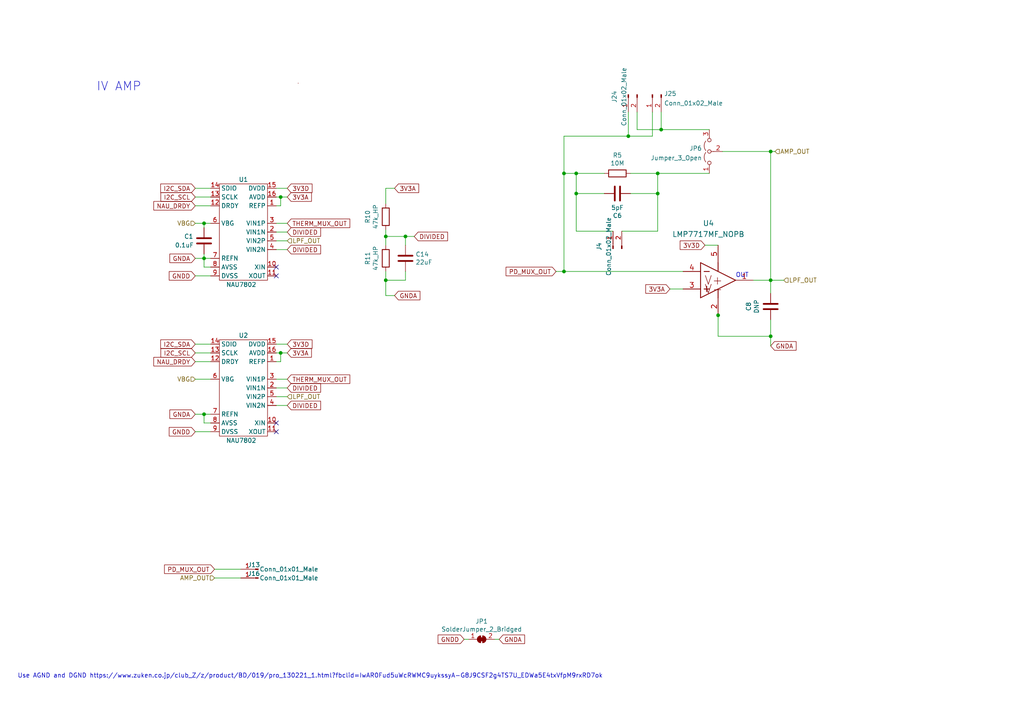
<source format=kicad_sch>
(kicad_sch (version 20211123) (generator eeschema)
  (paper "A4")
  (lib_symbols
    (symbol "Connector:Conn_01x01_Male" (pin_names (offset 1.016) hide)
      (property "Reference" "J" (at 0 2.54 0))
      (property "Value" "Conn_01x01_Male" (at 0 -2.54 0))
      (symbol "Conn_01x01_Male_1_1"
        (polyline (pts (xy 1.27 0) (xy 0.8636 0)) (stroke (width 0.1524)))
        (rectangle (start 0.8636 0.127) (end 0 -0.127) (stroke (width 0.1524)) (fill (type outline)))
        (pin passive line (at 5.08 0 180) (length 3.81) (name "Pin_1") (number "1"))
      )
    )
    (symbol "Connector:Conn_01x02_Male" (pin_names (offset 1.016) hide)
      (property "Reference" "J" (at 0 2.54 0))
      (property "Value" "Conn_01x02_Male" (at 0 -5.08 0))
      (symbol "Conn_01x02_Male_1_1"
        (polyline (pts (xy 1.27 -2.54) (xy 0.8636 -2.54)) (stroke (width 0.1524)))
        (polyline (pts (xy 1.27 0) (xy 0.8636 0)) (stroke (width 0.1524)))
        (rectangle (start 0.8636 -2.413) (end 0 -2.667) (stroke (width 0.1524)) (fill (type outline)))
        (rectangle (start 0.8636 0.127) (end 0 -0.127) (stroke (width 0.1524)) (fill (type outline)))
        (pin passive line (at 5.08 0 180) (length 3.81) (name "Pin_1") (number "1"))
        (pin passive line (at 5.08 -2.54 180) (length 3.81) (name "Pin_2") (number "2"))
      )
    )
    (symbol "Device:C" (pin_numbers hide) (pin_names (offset 0.254))
      (property "Reference" "C" (at 0.635 2.54 0))
      (property "Value" "C" (at 0.635 -2.54 0))
      (symbol "C_0_1"
        (polyline (pts (xy -2.032 -0.762) (xy 2.032 -0.762)) (stroke (width 0.508)))
        (polyline (pts (xy -2.032 0.762) (xy 2.032 0.762)) (stroke (width 0.508)))
      )
      (symbol "C_1_1"
        (pin passive line (at 0 3.81 270) (length 2.794) (name "~") (number "1"))
        (pin passive line (at 0 -3.81 90) (length 2.794) (name "~") (number "2"))
      )
    )
    (symbol "Device:R" (pin_numbers hide) (pin_names (offset 0))
      (property "Reference" "R" (at 2.032 0 90))
      (property "Value" "R" (at 0 0 90))
      (symbol "R_0_1"
        (rectangle (start -1.016 -2.54) (end 1.016 2.54) (stroke (width 0.254)))
      )
      (symbol "R_1_1"
        (pin passive line (at 0 3.81 270) (length 1.27) (name "~") (number "1"))
        (pin passive line (at 0 -3.81 90) (length 1.27) (name "~") (number "2"))
      )
    )
    (symbol "Jumper:Jumper_3_Open" (pin_names (offset 0) hide)
      (property "Reference" "JP" (at -2.54 -2.54 0))
      (property "Value" "Jumper_3_Open" (at 0 2.794 0))
      (symbol "Jumper_3_Open_0_0"
        (circle (center -3.302 0) (radius 0.508))
        (circle (center 0 0) (radius 0.508))
        (circle (center 3.302 0) (radius 0.508))
      )
      (symbol "Jumper_3_Open_0_1"
        (arc (start -0.254 1.016) (mid -1.651 1.4992) (end -3.048 1.016))
        (polyline (pts (xy 0 -0.508) (xy 0 -1.27)))
        (arc (start 3.048 1.016) (mid 1.651 1.4992) (end 0.254 1.016))
      )
      (symbol "Jumper_3_Open_1_1"
        (pin passive line (at -6.35 0 0) (length 2.54) (name "A") (number "1"))
        (pin input line (at 0 -3.81 90) (length 2.54) (name "C") (number "2"))
        (pin passive line (at 6.35 0 180) (length 2.54) (name "B") (number "3"))
      )
    )
    (symbol "Jumper:SolderJumper_2_Bridged" (pin_names (offset 0) hide)
      (property "Reference" "JP" (at 0 2.032 0))
      (property "Value" "SolderJumper_2_Bridged" (at 0 -2.54 0))
      (symbol "SolderJumper_2_Bridged_0_1"
        (rectangle (start -0.508 0.508) (end 0.508 -0.508) (fill (type outline)))
        (arc (start -0.254 1.016) (mid -1.27 0) (end -0.254 -1.016))
        (arc (start -0.254 1.016) (mid -1.27 0) (end -0.254 -1.016) (fill (type outline)))
        (polyline (pts (xy -0.254 1.016) (xy -0.254 -1.016)))
        (polyline (pts (xy 0.254 1.016) (xy 0.254 -1.016)))
        (arc (start 0.254 -1.016) (mid 1.27 0) (end 0.254 1.016))
        (arc (start 0.254 -1.016) (mid 1.27 0) (end 0.254 1.016) (fill (type outline)))
      )
      (symbol "SolderJumper_2_Bridged_1_1"
        (pin passive line (at -3.81 0 0) (length 2.54) (name "A") (number "1"))
        (pin passive line (at 3.81 0 180) (length 2.54) (name "B") (number "2"))
      )
    )
    (symbol "Ninja-qPCR:LMP7717MF_NOPB" (pin_names (offset 0) hide)
      (property "Reference" "U" (at 15.748 0.254 0))
      (property "Value" "Ninja-qPCR_LMP7717MF_NOPB" (at 15.748 -2.286 0))
      (symbol "LMP7717MF_NOPB_0_0"
        (text "V+" (at 3.81 -5.08 0) (effects (font (size 2.54 2.54))))
        (text "V-" (at 3.81 -7.62 0) (effects (font (size 2.54 2.54))))
      )
      (symbol "LMP7717MF_NOPB_1_1"
        (polyline (pts (xy 0 -10.16) (xy 10.16 -5.08)) (stroke (width 0.254)))
        (polyline (pts (xy 0 0) (xy 0 -10.16)) (stroke (width 0.254)))
        (polyline (pts (xy 0 0) (xy 10.16 -5.08)) (stroke (width 0.254)))
        (polyline (pts (xy 1.016 -7.62) (xy 2.54 -7.62)) (stroke (width 0.254)))
        (polyline (pts (xy 1.016 -2.54) (xy 2.54 -2.54)) (stroke (width 0.254)))
        (polyline (pts (xy 1.778 -6.858) (xy 1.778 -8.382)) (stroke (width 0.254)))
        (polyline (pts (xy 5.08 -7.62) (xy 5.08 -10.16)) (stroke (width 0.254)))
        (polyline (pts (xy 5.08 0) (xy 5.08 -2.54)) (stroke (width 0.254)))
        (pin output line (at 15.24 -5.08 180) (length 5.08) (name "OUT") (number "1"))
        (pin power_in line (at 5.08 -15.24 90) (length 5.08) (name "V-") (number "2"))
        (pin input line (at -5.08 -7.62 0) (length 5.08) (name "IN+") (number "3"))
        (pin input line (at -5.08 -2.54 0) (length 5.08) (name "IN-") (number "4"))
        (pin power_in line (at 5.08 5.08 270) (length 5.08) (name "V+") (number "5"))
      )
    )
    (symbol "Ninja-qPCR:NAU7802"
      (property "Reference" "U" (at 8.89 2.54 0))
      (property "Value" "NAU7802" (at 8.89 -27.94 0))
      (symbol "NAU7802_0_1"
        (rectangle (start 2.54 1.27) (end 16.51 -26.67) (stroke (width 0.1524)))
        (rectangle (start 25.4 30.48) (end 25.4 30.48) (stroke (width 0.1524)))
        (rectangle (start 25.4 30.48) (end 25.4 30.48) (stroke (width 0.1524)))
        (rectangle (start 25.4 30.48) (end 25.4 30.48) (stroke (width 0.1524)))
      )
      (symbol "NAU7802_1_1"
        (pin input line (at 19.05 -5.08 180) (length 2.54) (name "REFP") (number "1"))
        (pin input line (at 19.05 -22.86 180) (length 2.54) (name "XIN") (number "10"))
        (pin input line (at 19.05 -25.4 180) (length 2.54) (name "XOUT") (number "11"))
        (pin input line (at 0 -5.08 0) (length 2.54) (name "DRDY") (number "12"))
        (pin input line (at 0 -2.54 0) (length 2.54) (name "SCLK") (number "13"))
        (pin input line (at 0 0 0) (length 2.54) (name "SDIO") (number "14"))
        (pin input line (at 19.05 0 180) (length 2.54) (name "DVDD") (number "15"))
        (pin input line (at 19.05 -2.54 180) (length 2.54) (name "AVDD") (number "16"))
        (pin input line (at 19.05 -12.7 180) (length 2.54) (name "VIN1N") (number "2"))
        (pin input line (at 19.05 -10.16 180) (length 2.54) (name "VIN1P") (number "3"))
        (pin input line (at 19.05 -17.78 180) (length 2.54) (name "VIN2N") (number "4"))
        (pin input line (at 19.05 -15.24 180) (length 2.54) (name "VIN2P") (number "5"))
        (pin input line (at 0 -10.16 0) (length 2.54) (name "VBG") (number "6"))
        (pin input line (at 0 -20.32 0) (length 2.54) (name "REFN") (number "7"))
        (pin input line (at 0 -22.86 0) (length 2.54) (name "AVSS") (number "8"))
        (pin input line (at 0 -25.4 0) (length 2.54) (name "DVSS") (number "9"))
      )
    )
  )
  (junction (at 59.182 74.93))
  (junction (at 190.754 56.134))
  (junction (at 167.132 56.134))
  (junction (at 81.407 102.362))
  (junction (at 182.245 39.497))
  (junction (at 191.77 37.592))
  (junction (at 163.576 50.292))
  (junction (at 81.407 57.15))
  (junction (at 117.602 68.58))
  (junction (at 163.576 78.74))
  (junction (at 111.887 81.28))
  (junction (at 223.52 43.942))
  (junction (at 167.132 50.292))
  (junction (at 223.52 97.536))
  (junction (at 111.887 68.58))
  (junction (at 208.28 91.44))
  (junction (at 59.182 120.142))
  (junction (at 190.754 50.292))
  (junction (at 223.52 81.28))
  (junction (at 59.182 64.77))
  (no_connect (at 80.137 125.222))
  (no_connect (at 80.137 77.47))
  (no_connect (at 80.137 80.01))
  (no_connect (at 80.137 122.682))
  (wire (pts (xy 111.887 81.28) (xy 117.602 81.28)))
  (wire (pts (xy 56.642 109.982) (xy 61.087 109.982)))
  (wire (pts (xy 180.34 67.056) (xy 190.754 67.056)))
  (wire (pts (xy 117.602 68.58) (xy 117.602 71.12)))
  (wire (pts (xy 163.576 50.292) (xy 163.576 78.74)))
  (wire (pts (xy 208.28 91.186) (xy 208.28 91.44)))
  (wire (pts (xy 80.137 102.362) (xy 81.407 102.362)))
  (wire (pts (xy 61.087 64.77) (xy 59.182 64.77)))
  (wire (pts (xy 218.44 81.28) (xy 223.52 81.28)))
  (wire (pts (xy 59.182 74.93) (xy 61.087 74.93)))
  (wire (pts (xy 56.642 59.69) (xy 61.087 59.69)))
  (wire (pts (xy 62.23 167.64) (xy 69.85 167.64)))
  (wire (pts (xy 208.28 97.536) (xy 223.52 97.536)))
  (wire (pts (xy 191.77 32.512) (xy 191.77 37.592)))
  (wire (pts (xy 208.28 91.44) (xy 208.28 97.536)))
  (wire (pts (xy 134.62 185.42) (xy 135.89 185.42)))
  (wire (pts (xy 80.137 59.69) (xy 81.407 59.69)))
  (wire (pts (xy 167.132 56.134) (xy 175.26 56.134)))
  (wire (pts (xy 111.887 68.58) (xy 111.887 71.12)))
  (wire (pts (xy 80.137 117.602) (xy 83.312 117.602)))
  (wire (pts (xy 223.52 97.536) (xy 223.52 100.33)))
  (wire (pts (xy 56.642 104.902) (xy 61.087 104.902)))
  (wire (pts (xy 189.23 32.512) (xy 189.23 39.497)))
  (wire (pts (xy 56.642 102.362) (xy 61.087 102.362)))
  (wire (pts (xy 182.245 39.497) (xy 163.576 39.497)))
  (wire (pts (xy 80.137 57.15) (xy 81.407 57.15)))
  (wire (pts (xy 223.52 43.942) (xy 223.52 81.28)))
  (wire (pts (xy 56.642 125.222) (xy 61.087 125.222)))
  (wire (pts (xy 56.642 54.61) (xy 61.087 54.61)))
  (wire (pts (xy 163.576 78.74) (xy 198.12 78.74)))
  (wire (pts (xy 205.74 37.592) (xy 191.77 37.592)))
  (wire (pts (xy 209.55 43.942) (xy 223.52 43.942)))
  (wire (pts (xy 184.785 37.592) (xy 184.785 32.512)))
  (wire (pts (xy 56.642 57.15) (xy 61.087 57.15)))
  (wire (pts (xy 80.137 115.062) (xy 83.312 115.062)))
  (wire (pts (xy 167.132 50.292) (xy 163.576 50.292)))
  (wire (pts (xy 80.137 99.822) (xy 83.312 99.822)))
  (wire (pts (xy 114.427 54.61) (xy 111.887 54.61)))
  (wire (pts (xy 80.137 72.39) (xy 83.312 72.39)))
  (wire (pts (xy 80.137 112.522) (xy 83.312 112.522)))
  (wire (pts (xy 182.88 50.292) (xy 190.754 50.292)))
  (wire (pts (xy 111.887 54.61) (xy 111.887 59.055)))
  (wire (pts (xy 80.137 69.85) (xy 83.312 69.85)))
  (wire (pts (xy 223.52 92.71) (xy 223.52 97.536)))
  (wire (pts (xy 59.182 122.682) (xy 61.087 122.682)))
  (wire (pts (xy 114.427 85.725) (xy 111.887 85.725)))
  (wire (pts (xy 190.754 56.134) (xy 190.754 50.292)))
  (wire (pts (xy 144.78 185.42) (xy 143.51 185.42)))
  (wire (pts (xy 111.887 78.74) (xy 111.887 81.28)))
  (wire (pts (xy 167.132 50.292) (xy 175.26 50.292)))
  (wire (pts (xy 182.88 56.134) (xy 190.754 56.134)))
  (wire (pts (xy 59.182 120.142) (xy 61.087 120.142)))
  (wire (pts (xy 81.407 102.362) (xy 83.312 102.362)))
  (wire (pts (xy 56.642 74.93) (xy 59.182 74.93)))
  (wire (pts (xy 81.407 102.362) (xy 81.407 104.902)))
  (wire (pts (xy 59.182 74.93) (xy 59.182 77.47)))
  (wire (pts (xy 80.137 67.31) (xy 83.312 67.31)))
  (wire (pts (xy 56.642 64.77) (xy 59.182 64.77)))
  (wire (pts (xy 81.407 57.15) (xy 83.312 57.15)))
  (wire (pts (xy 167.132 67.056) (xy 167.132 56.134)))
  (wire (pts (xy 111.887 66.675) (xy 111.887 68.58)))
  (wire (pts (xy 80.137 109.982) (xy 83.312 109.982)))
  (wire (pts (xy 177.8 67.056) (xy 167.132 67.056)))
  (wire (pts (xy 182.245 32.512) (xy 182.245 39.497)))
  (wire (pts (xy 56.642 99.822) (xy 61.087 99.822)))
  (wire (pts (xy 56.642 80.01) (xy 61.087 80.01)))
  (wire (pts (xy 194.31 83.82) (xy 198.12 83.82)))
  (wire (pts (xy 223.52 81.28) (xy 227.33 81.28)))
  (wire (pts (xy 59.182 73.66) (xy 59.182 74.93)))
  (wire (pts (xy 223.52 43.942) (xy 224.79 43.942)))
  (wire (pts (xy 190.754 67.056) (xy 190.754 56.134)))
  (wire (pts (xy 191.77 37.592) (xy 184.785 37.592)))
  (wire (pts (xy 59.182 77.47) (xy 61.087 77.47)))
  (wire (pts (xy 163.576 39.497) (xy 163.576 50.292)))
  (wire (pts (xy 80.137 64.77) (xy 83.312 64.77)))
  (wire (pts (xy 111.887 81.28) (xy 111.887 85.725)))
  (wire (pts (xy 161.29 78.74) (xy 163.576 78.74)))
  (wire (pts (xy 204.47 71.12) (xy 208.28 71.12)))
  (wire (pts (xy 81.407 57.15) (xy 81.407 59.69)))
  (wire (pts (xy 167.132 56.134) (xy 167.132 50.292)))
  (wire (pts (xy 59.182 64.77) (xy 59.182 66.04)))
  (wire (pts (xy 223.52 81.28) (xy 223.52 85.09)))
  (wire (pts (xy 80.137 104.902) (xy 81.407 104.902)))
  (wire (pts (xy 190.754 50.292) (xy 205.74 50.292)))
  (wire (pts (xy 62.23 165.1) (xy 69.85 165.1)))
  (wire (pts (xy 189.23 39.497) (xy 182.245 39.497)))
  (wire (pts (xy 117.602 78.74) (xy 117.602 81.28)))
  (wire (pts (xy 56.642 120.142) (xy 59.182 120.142)))
  (wire (pts (xy 111.887 68.58) (xy 117.602 68.58)))
  (wire (pts (xy 59.182 120.142) (xy 59.182 122.682)))
  (wire (pts (xy 80.137 54.61) (xy 83.312 54.61)))
  (wire (pts (xy 117.602 68.58) (xy 120.142 68.58)))
  (text "Use AGND and DGND  https://www.zuken.co.jp/club_Z/z/product/BD/019/pro_130221_1.html?fbclid=IwAR0Fud5uWcRWMC9uykssyA-G8J9CSF2g4TS7U_EDWa5E4txVfpM9rxRD7ok" (at 5.08 196.85 0) (effects (font (size 1.27 1.27)) (justify left bottom)))
  (text "IV AMP" (at 27.94 26.67 0) (effects (font (size 2.54 2.54)) (justify left bottom)))
  (text "OUT" (at 213.36 80.645 0) (effects (font (size 1.27 1.27)) (justify left bottom)))
  (global_label "GNDA" (shape input) (at 114.427 85.725 0) (property "Intersheet References" "${INTERSHEET_REFS}" (effects hide)))
  (global_label "GNDA" (shape input) (at 56.642 74.93 180) (property "Intersheet References" "${INTERSHEET_REFS}" (effects hide)))
  (global_label "GNDD" (shape input) (at 56.642 125.222 180) (property "Intersheet References" "${INTERSHEET_REFS}" (effects hide)))
  (global_label "DIVIDED" (shape input) (at 83.312 112.522 0) (property "Intersheet References" "${INTERSHEET_REFS}" (effects hide)))
  (global_label "3V3D" (shape input) (at 83.312 54.61 0) (property "Intersheet References" "${INTERSHEET_REFS}" (effects hide)))
  (global_label "DIVIDED" (shape input) (at 83.312 117.602 0) (property "Intersheet References" "${INTERSHEET_REFS}" (effects hide)))
  (global_label "3V3D" (shape input) (at 204.47 71.12 180) (property "Intersheet References" "${INTERSHEET_REFS}" (effects hide)))
  (global_label "DIVIDED" (shape input) (at 83.312 67.31 0) (property "Intersheet References" "${INTERSHEET_REFS}" (effects hide)))
  (global_label "THERM_MUX_OUT" (shape input) (at 83.312 64.77 0) (property "Intersheet References" "${INTERSHEET_REFS}" (effects hide)))
  (global_label "PD_MUX_OUT" (shape input) (at 62.23 165.1 180) (property "Intersheet References" "${INTERSHEET_REFS}" (effects hide)))
  (global_label "3V3A" (shape input) (at 194.31 83.82 180) (property "Intersheet References" "${INTERSHEET_REFS}" (effects hide)))
  (global_label "PD_MUX_OUT" (shape input) (at 161.29 78.74 180) (property "Intersheet References" "${INTERSHEET_REFS}" (effects hide)))
  (global_label "GNDD" (shape input) (at 134.62 185.42 180) (property "Intersheet References" "${INTERSHEET_REFS}" (effects hide)))
  (global_label "3V3A" (shape input) (at 83.312 57.15 0) (property "Intersheet References" "${INTERSHEET_REFS}" (effects hide)))
  (global_label "3V3D" (shape input) (at 83.312 99.822 0) (property "Intersheet References" "${INTERSHEET_REFS}" (effects hide)))
  (global_label "GNDA" (shape input) (at 144.78 185.42 0) (property "Intersheet References" "${INTERSHEET_REFS}" (effects hide)))
  (global_label "3V3A" (shape input) (at 83.312 102.362 0) (property "Intersheet References" "${INTERSHEET_REFS}" (effects hide)))
  (global_label "DIVIDED" (shape input) (at 83.312 72.39 0) (property "Intersheet References" "${INTERSHEET_REFS}" (effects hide)))
  (global_label "NAU_DRDY" (shape input) (at 56.642 59.69 180) (property "Intersheet References" "${INTERSHEET_REFS}" (effects hide)))
  (global_label "I2C_SDA" (shape input) (at 56.642 54.61 180) (property "Intersheet References" "${INTERSHEET_REFS}" (effects hide)))
  (global_label "DIVIDED" (shape input) (at 120.142 68.58 0) (property "Intersheet References" "${INTERSHEET_REFS}" (effects hide)))
  (global_label "I2C_SDA" (shape input) (at 56.642 99.822 180) (property "Intersheet References" "${INTERSHEET_REFS}" (effects hide)))
  (global_label "THERM_MUX_OUT" (shape input) (at 83.312 109.982 0) (property "Intersheet References" "${INTERSHEET_REFS}" (effects hide)))
  (global_label "NAU_DRDY" (shape input) (at 56.642 104.902 180) (property "Intersheet References" "${INTERSHEET_REFS}" (effects hide)))
  (global_label "I2C_SCL" (shape input) (at 56.642 102.362 180) (property "Intersheet References" "${INTERSHEET_REFS}" (effects hide)))
  (global_label "GNDD" (shape input) (at 56.642 80.01 180) (property "Intersheet References" "${INTERSHEET_REFS}" (effects hide)))
  (global_label "I2C_SCL" (shape input) (at 56.642 57.15 180) (property "Intersheet References" "${INTERSHEET_REFS}" (effects hide)))
  (global_label "GNDA" (shape input) (at 56.642 120.142 180) (property "Intersheet References" "${INTERSHEET_REFS}" (effects hide)))
  (global_label "3V3A" (shape input) (at 114.427 54.61 0) (property "Intersheet References" "${INTERSHEET_REFS}" (effects hide)))
  (global_label "GNDA" (shape input) (at 223.52 100.33 0) (property "Intersheet References" "${INTERSHEET_REFS}" (effects hide)))
  (hierarchical_label "LPF_OUT" (shape input) (at 83.312 115.062 0))
  (hierarchical_label "LPF_OUT" (shape input) (at 227.33 81.28 0))
  (hierarchical_label "VBG" (shape input) (at 56.642 64.77 180))
  (hierarchical_label "LPF_OUT" (shape input) (at 83.312 69.85 0))
  (hierarchical_label "AMP_OUT" (shape input) (at 62.23 167.64 180))
  (hierarchical_label "VBG" (shape input) (at 56.642 109.982 180))
  (hierarchical_label "AMP_OUT" (shape input) (at 224.79 43.942 0))
  (symbol (lib_id "Connector:Conn_01x01_Male") (at 74.93 165.1 0) (mirror y) (unit 1)
    (property "Reference" "J13" (at 73.66 163.83 0))
    (property "Value" "Conn_01x01_Male" (at 83.82 165.1 0))
    (property "Footprint" "Connector_PinHeader_1.27mm:PinHeader_1x01_P1.27mm_Vertical" (effects hide))
  )
  (symbol (lib_id "Device:C") (at 223.52 88.9 0) (unit 1)
    (property "Reference" "C8" (at 217.1192 88.9 90))
    (property "Value" "DNP" (at 219.4306 88.9 90))
    (property "Footprint" "Capacitor_SMD:C_0603_1608Metric" (effects hide))
  )
  (symbol (lib_id "Device:C") (at 179.07 56.134 270) (mirror x) (unit 1)
    (property "Reference" "C6" (at 179.07 62.5348 90))
    (property "Value" "5pF" (at 179.07 60.2234 90))
    (property "Footprint" "Capacitor_SMD:C_0603_1608Metric" (effects hide))
  )
  (symbol (lib_id "Ninja-qPCR:LMP7717MF_NOPB") (at 203.2 76.2 0) (unit 1)
    (property "Reference" "U4" (at 203.835 64.77 0) (effects (font (size 1.524 1.524)) (justify left)))
    (property "Value" "LMP7717MF_NOPB" (at 194.945 67.945 0) (effects (font (size 1.524 1.524)) (justify left)))
    (property "Footprint" "Package_TO_SOT_SMD:SOT-23-5" (effects hide))
  )
  (symbol (lib_id "Jumper:SolderJumper_2_Bridged") (at 139.7 185.42 0) (unit 1)
    (property "Reference" "JP1" (at 139.7 180.213 0))
    (property "Value" "SolderJumper_2_Bridged" (at 139.7 182.5244 0))
    (property "Footprint" "Jumper:SolderJumper-2_P1.3mm_Bridged_RoundedPad1.0x1.5mm" (effects hide))
  )
  (symbol (lib_id "Connector:Conn_01x01_Male") (at 74.93 167.64 0) (mirror y) (unit 1)
    (property "Reference" "J16" (at 73.66 166.37 0))
    (property "Value" "Conn_01x01_Male" (at 83.82 167.64 0))
    (property "Footprint" "Connector_PinHeader_1.27mm:PinHeader_1x01_P1.27mm_Vertical" (effects hide))
  )
  (symbol (lib_id "Ninja-qPCR:NAU7802") (at 61.087 99.822 0) (unit 1)
    (property "Reference" "U2" (at 70.612 97.282 0))
    (property "Value" "NAU7802" (at 69.977 127.762 0))
    (property "Footprint" "Package_DIP:DIP-16_W7.62mm" (effects hide))
  )
  (symbol (lib_id "Connector:Conn_01x02_Male") (at 189.23 27.432 90) (mirror x) (unit 1)
    (property "Reference" "J25" (at 192.6082 27.1585 90) (effects (justify right)))
    (property "Value" "Conn_01x02_Male" (at 192.6082 29.9336 90) (effects (justify right)))
    (property "Footprint" "Connector_PinHeader_1.27mm:PinHeader_1x02_P1.27mm_Vertical" (effects hide))
  )
  (symbol (lib_id "Device:C") (at 117.602 74.93 0) (unit 1)
    (property "Reference" "C14" (at 120.523 73.7616 0) (effects (justify left)))
    (property "Value" "22uF" (at 120.523 76.073 0) (effects (justify left)))
    (property "Footprint" "Capacitor_SMD:C_1210_3225Metric" (effects hide))
  )
  (symbol (lib_id "Connector:Conn_01x02_Male") (at 182.245 27.432 90) (mirror x) (unit 1)
    (property "Reference" "J24" (at 178.2023 28.067 0))
    (property "Value" "Conn_01x02_Male" (at 180.9774 28.067 0))
    (property "Footprint" "Connector_PinHeader_1.27mm:PinHeader_1x02_P1.27mm_Vertical" (effects hide))
  )
  (symbol (lib_id "Device:R") (at 111.887 62.865 0) (unit 1)
    (property "Reference" "R10" (at 106.6292 62.865 90))
    (property "Value" "47k_HP" (at 108.9406 62.865 90))
    (property "Footprint" "Resistor_SMD:R_0603_1608Metric" (effects hide))
  )
  (symbol (lib_id "Ninja-qPCR:NAU7802") (at 61.087 54.61 0) (unit 1)
    (property "Reference" "U1" (at 70.612 52.07 0))
    (property "Value" "NAU7802" (at 69.977 82.55 0))
    (property "Footprint" "Package_SO:SOIC-16_3.9x9.9mm_P1.27mm" (effects hide))
  )
  (symbol (lib_id "Device:R") (at 179.07 50.292 90) (mirror x) (unit 1)
    (property "Reference" "R5" (at 179.07 45.0342 90))
    (property "Value" "10M" (at 179.07 47.3456 90))
    (property "Footprint" "Resistor_SMD:R_0603_1608Metric" (effects hide))
  )
  (symbol (lib_id "Connector:Conn_01x02_Male") (at 177.8 72.136 90) (unit 1)
    (property "Reference" "J4" (at 173.7573 71.501 0))
    (property "Value" "Conn_01x02_Male" (at 176.5324 71.501 0))
    (property "Footprint" "Connector_PinHeader_2.54mm:PinHeader_1x02_P2.54mm_Vertical" (effects hide))
  )
  (symbol (lib_id "Device:C") (at 59.182 69.85 0) (unit 1)
    (property "Reference" "C1" (at 54.737 68.58 0))
    (property "Value" "0.1uF" (at 53.467 71.12 0))
    (property "Footprint" "Capacitor_SMD:C_0603_1608Metric" (effects hide))
  )
  (symbol (lib_id "Device:R") (at 111.887 74.93 0) (unit 1)
    (property "Reference" "R11" (at 106.6292 74.93 90))
    (property "Value" "47k_HP" (at 108.9406 74.93 90))
    (property "Footprint" "Resistor_SMD:R_0603_1608Metric" (effects hide))
  )
  (symbol (lib_id "Jumper:Jumper_3_Open") (at 205.74 43.942 90) (unit 1)
    (property "Reference" "JP6" (at 203.6059 43.0335 90) (effects (justify left)))
    (property "Value" "Jumper_3_Open" (at 203.6059 45.8086 90) (effects (justify left)))
    (property "Footprint" "Jumper:SolderJumper-3_P2.0mm_Open_TrianglePad1.0x1.5mm" (effects hide))
  )
)
</source>
